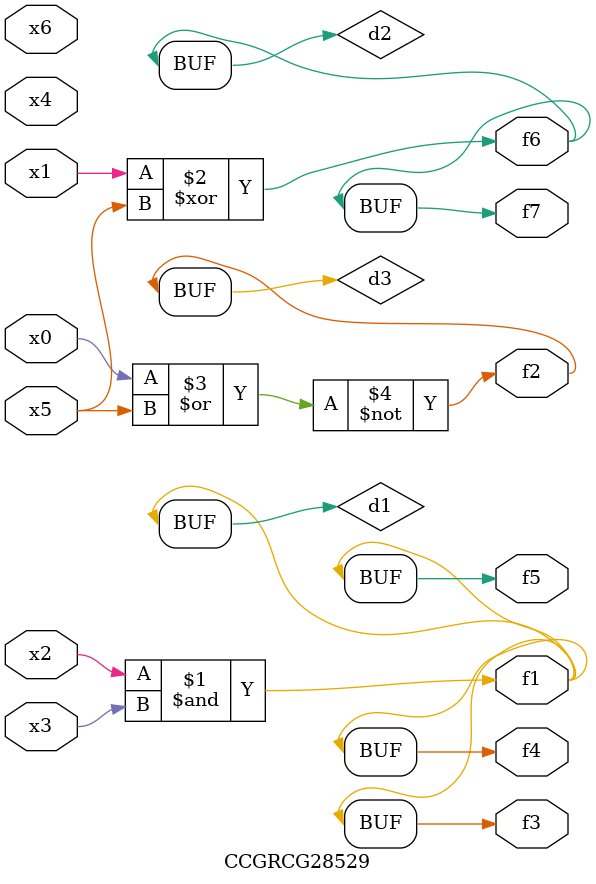
<source format=v>
module CCGRCG28529(
	input x0, x1, x2, x3, x4, x5, x6,
	output f1, f2, f3, f4, f5, f6, f7
);

	wire d1, d2, d3;

	and (d1, x2, x3);
	xor (d2, x1, x5);
	nor (d3, x0, x5);
	assign f1 = d1;
	assign f2 = d3;
	assign f3 = d1;
	assign f4 = d1;
	assign f5 = d1;
	assign f6 = d2;
	assign f7 = d2;
endmodule

</source>
